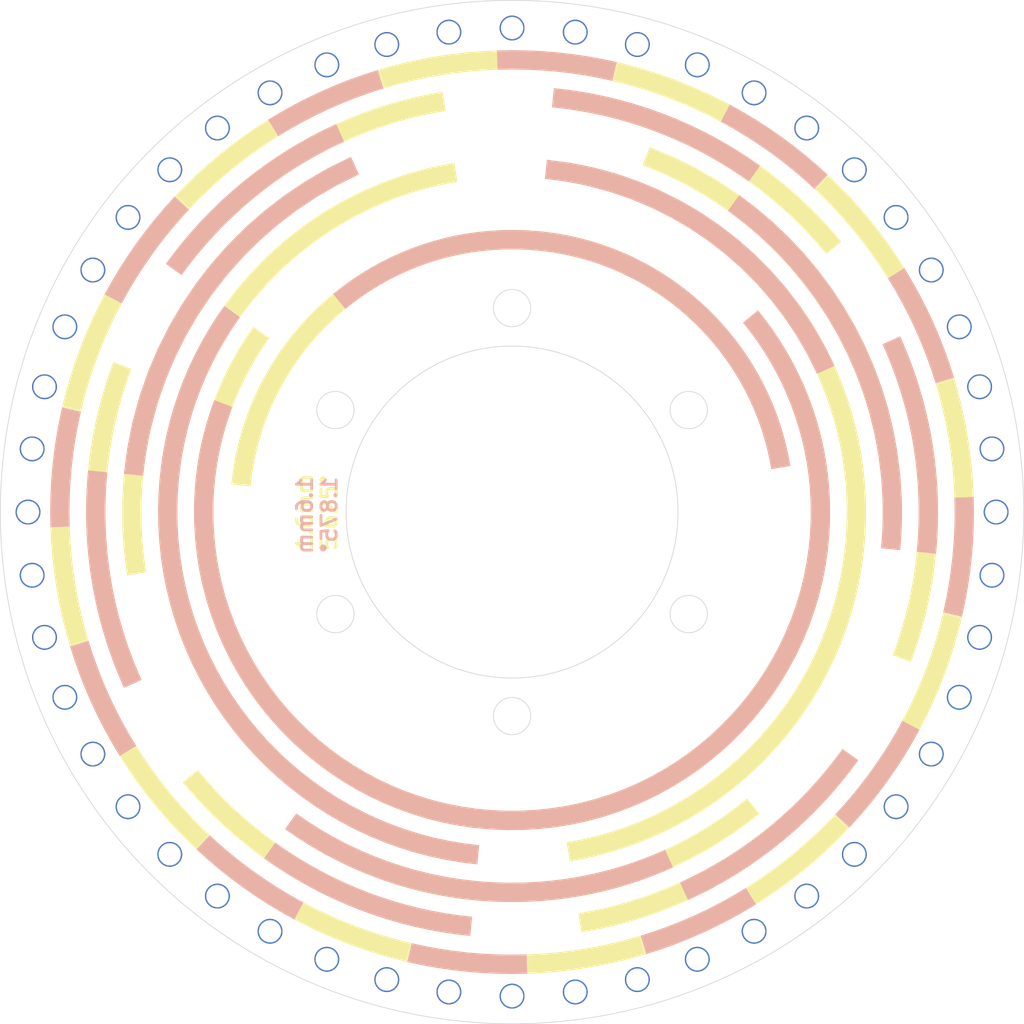
<source format=kicad_pcb>
(kicad_pcb (version 20240108) (generator "pcbnew") (generator_version "8.0")
  (title_block (title "Encoder Wheel 48") (date "${DATE}") (rev "2.1.1") (company "OpenFlap") (comment 1 "${GIT_TAG}") (comment 2 "Repo: github.com/ToonVanEyck/OpenFlap") (comment 3 "Designer: Toon Van Eyck"))
  (layers (0 "F.Cu" signal) (31 "B.Cu" signal) (34 "B.Paste" user) (35 "F.Paste" user) (36 "B.SilkS" user "B.Silkscreen") (37 "F.SilkS" user "F.Silkscreen") (38 "B.Mask" user) (39 "F.Mask" user) (44 "Edge.Cuts" user))
  (net 0 "")
  (footprint "EncoderPattern:OpenFlapEncoderPattern48_1.6mm" (layer "F.Cu") (at 101 100 1.875)
    (property "Reference" "ENC1" (hide yes))
    (property "Value" "OpenFlapEncoderPattern48_1.6mm" (hide yes))
  )
  (footprint "EncoderPattern:OpenFlapEncoderPattern48_1.6mm" (layer "B.Cu") (at 101 100 -178.125)
    (property "Reference" "ENC2" (hide yes))
    (property "Value" "OpenFlapEncoderPattern48_1.6mm" (hide yes))
  )
  (gr_circle (center 88.226125 107.375) (end 89.576125 107.375) (stroke (width 0.05)) (fill none) (layer "Edge.Cuts"))
  (gr_circle (center 101 100) (end 113 100) (stroke (width 0.05)) (fill none) (layer "Edge.Cuts"))
  (gr_circle (center 101 85.25) (end 102.35 85.25) (stroke (width 0.05)) (fill none) (layer "Edge.Cuts"))
  (gr_circle (center 113.773875 92.625) (end 115.123875 92.625) (stroke (width 0.05)) (fill none) (layer "Edge.Cuts"))
  (gr_circle (center 88.226125 92.625) (end 89.576125 92.625) (stroke (width 0.05)) (fill none) (layer "Edge.Cuts"))
  (gr_circle (center 101 100) (end 138 100) (stroke (width 0.05)) (fill none) (layer "Edge.Cuts"))
  (gr_circle (center 113.773875 107.375) (end 115.123875 107.375) (stroke (width 0.05)) (fill none) (layer "Edge.Cuts"))
  (gr_circle (center 101 114.75) (end 102.35 114.75) (stroke (width 0.05)) (fill none) (layer "Edge.Cuts"))
  (gr_text "1.6mm \n1.875°" (at 88.427 97.333 90) (layer "B.SilkS") (effects (font (size 1.1 1.1) (thickness 0.2) (bold yes)) (justify left bottom mirror)))
  (gr_text "1.6mm \n5.625°" (at 88.427 102.921 90) (layer "F.SilkS") (effects (font (size 1.1 1.1) (thickness 0.2) (bold yes)) (justify left bottom)))
  (via (at 118.5 130.310889) (size 1.8) (drill 1.6) (layers "F.Cu" "B.Cu") (net 0))
  (via (at 105.568417 134.70057) (size 1.8) (drill 1.6) (layers "F.Cu" "B.Cu") (net 0))
  (via (at 83.5 69.689111) (size 1.8) (drill 1.6) (layers "F.Cu" "B.Cu") (net 0))
  (via (at 83.5 130.310889) (size 1.8) (drill 1.6) (layers "F.Cu" "B.Cu") (net 0))
  (via (at 110.058667 133.807404) (size 1.8) (drill 1.6) (layers "F.Cu" "B.Cu") (net 0))
  (via (at 87.60608 132.335784) (size 1.8) (drill 1.6) (layers "F.Cu" "B.Cu") (net 0))
  (via (at 134.807404 90.941333) (size 1.8) (drill 1.6) (layers "F.Cu" "B.Cu") (net 0))
  (via (at 125.748737 75.251263) (size 1.8) (drill 1.6) (layers "F.Cu" "B.Cu") (net 0))
  (via (at 96.431583 65.29943) (size 1.8) (drill 1.6) (layers "F.Cu" "B.Cu") (net 0))
  (via (at 114.39392 67.664216) (size 1.8) (drill 1.6) (layers "F.Cu" "B.Cu") (net 0))
  (via (at 91.941333 133.807404) (size 1.8) (drill 1.6) (layers "F.Cu" "B.Cu") (net 0))
  (via (at 110.058667 66.192596) (size 1.8) (drill 1.6) (layers "F.Cu" "B.Cu") (net 0))
  (via (at 105.568417 65.29943) (size 1.8) (drill 1.6) (layers "F.Cu" "B.Cu") (net 0))
  (via (at 131.310889 82.5) (size 1.8) (drill 1.6) (layers "F.Cu" "B.Cu") (net 0))
  (via (at 128.767367 78.69335) (size 1.8) (drill 1.6) (layers "F.Cu" "B.Cu") (net 0))
  (via (at 114.39392 132.335784) (size 1.8) (drill 1.6) (layers "F.Cu" "B.Cu") (net 0))
  (via (at 79.69335 127.767367) (size 1.8) (drill 1.6) (layers "F.Cu" "B.Cu") (net 0))
  (via (at 68.664216 86.60608) (size 1.8) (drill 1.6) (layers "F.Cu" "B.Cu") (net 0))
  (via (at 68.664216 113.39392) (size 1.8) (drill 1.6) (layers "F.Cu" "B.Cu") (net 0))
  (via (at 134.807404 109.058667) (size 1.8) (drill 1.6) (layers "F.Cu" "B.Cu") (net 0))
  (via (at 101 135) (size 1.8) (drill 1.6) (layers "F.Cu" "B.Cu") (net 0))
  (via (at 79.69335 72.232633) (size 1.8) (drill 1.6) (layers "F.Cu" "B.Cu") (net 0))
  (via (at 118.5 69.689111) (size 1.8) (drill 1.6) (layers "F.Cu" "B.Cu") (net 0))
  (via (at 96.431583 134.70057) (size 1.8) (drill 1.6) (layers "F.Cu" "B.Cu") (net 0))
  (via (at 101 65) (size 1.8) (drill 1.6) (layers "F.Cu" "B.Cu") (net 0))
  (via (at 136 100) (size 1.8) (drill 1.6) (layers "F.Cu" "B.Cu") (net 0))
  (via (at 135.70057 95.431583) (size 1.8) (drill 1.6) (layers "F.Cu" "B.Cu") (net 0))
  (via (at 133.335784 113.39392) (size 1.8) (drill 1.6) (layers "F.Cu" "B.Cu") (net 0))
  (via (at 67.192596 90.941333) (size 1.8) (drill 1.6) (layers "F.Cu" "B.Cu") (net 0))
  (via (at 70.689111 82.5) (size 1.8) (drill 1.6) (layers "F.Cu" "B.Cu") (net 0))
  (via (at 67.192596 109.058667) (size 1.8) (drill 1.6) (layers "F.Cu" "B.Cu") (net 0))
  (via (at 70.689111 117.5) (size 1.8) (drill 1.6) (layers "F.Cu" "B.Cu") (net 0))
  (via (at 133.335784 86.60608) (size 1.8) (drill 1.6) (layers "F.Cu" "B.Cu") (net 0))
  (via (at 87.60608 67.664216) (size 1.8) (drill 1.6) (layers "F.Cu" "B.Cu") (net 0))
  (via (at 122.30665 72.232633) (size 1.8) (drill 1.6) (layers "F.Cu" "B.Cu") (net 0))
  (via (at 73.232633 121.30665) (size 1.8) (drill 1.6) (layers "F.Cu" "B.Cu") (net 0))
  (via (at 125.748737 124.748737) (size 1.8) (drill 1.6) (layers "F.Cu" "B.Cu") (net 0))
  (via (at 66.29943 104.568417) (size 1.8) (drill 1.6) (layers "F.Cu" "B.Cu") (net 0))
  (via (at 122.30665 127.767367) (size 1.8) (drill 1.6) (layers "F.Cu" "B.Cu") (net 0))
  (via (at 91.941333 66.192596) (size 1.8) (drill 1.6) (layers "F.Cu" "B.Cu") (net 0))
  (via (at 73.232633 78.69335) (size 1.8) (drill 1.6) (layers "F.Cu" "B.Cu") (net 0))
  (via (at 128.767367 121.30665) (size 1.8) (drill 1.6) (layers "F.Cu" "B.Cu") (net 0))
  (via (at 66.29943 95.431583) (size 1.8) (drill 1.6) (layers "F.Cu" "B.Cu") (net 0))
  (via (at 76.251263 75.251263) (size 1.8) (drill 1.6) (layers "F.Cu" "B.Cu") (net 0))
  (via (at 66 100) (size 1.8) (drill 1.6) (layers "F.Cu" "B.Cu") (net 0))
  (via (at 135.70057 104.568417) (size 1.8) (drill 1.6) (layers "F.Cu" "B.Cu") (net 0))
  (via (at 131.310889 117.5) (size 1.8) (drill 1.6) (layers "F.Cu" "B.Cu") (net 0))
  (via (at 76.251263 124.748737) (size 1.8) (drill 1.6) (layers "F.Cu" "B.Cu") (net 0))
)
</source>
